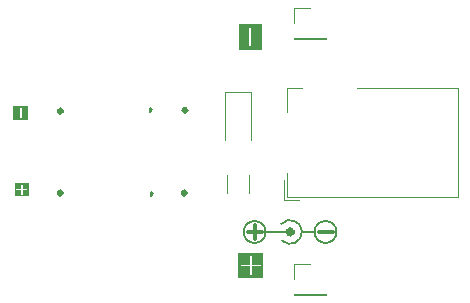
<source format=gbr>
%TF.GenerationSoftware,KiCad,Pcbnew,8.0.1*%
%TF.CreationDate,2024-04-06T16:57:38-05:00*%
%TF.ProjectId,Banana to Barrel Jack Adapter,42616e61-6e61-4207-946f-204261727265,2*%
%TF.SameCoordinates,Original*%
%TF.FileFunction,Legend,Top*%
%TF.FilePolarity,Positive*%
%FSLAX46Y46*%
G04 Gerber Fmt 4.6, Leading zero omitted, Abs format (unit mm)*
G04 Created by KiCad (PCBNEW 8.0.1) date 2024-04-06 16:57:38*
%MOMM*%
%LPD*%
G01*
G04 APERTURE LIST*
%ADD10C,0.150000*%
%ADD11C,0.322487*%
%ADD12C,0.300000*%
%ADD13C,0.120000*%
%ADD14C,0.500000*%
G04 APERTURE END LIST*
G36*
X128600000Y-95675000D02*
G01*
X129050000Y-95675000D01*
X129050000Y-96825000D01*
X128600000Y-96825000D01*
X128600000Y-95675000D01*
G37*
G36*
X146900000Y-90700000D02*
G01*
X148800000Y-90700000D01*
X148800000Y-90900000D01*
X146900000Y-90900000D01*
X146900000Y-90700000D01*
G37*
G36*
X127750000Y-95650000D02*
G01*
X129050000Y-95650000D01*
X129050000Y-95750000D01*
X127750000Y-95750000D01*
X127750000Y-95650000D01*
G37*
G36*
X127750000Y-95675000D02*
G01*
X128250000Y-95675000D01*
X128250000Y-96825000D01*
X127750000Y-96825000D01*
X127750000Y-95675000D01*
G37*
D10*
X139575000Y-103075000D02*
X139400000Y-103250000D01*
D11*
X131911243Y-96100000D02*
G75*
G02*
X131588757Y-96100000I-161243J0D01*
G01*
X131588757Y-96100000D02*
G75*
G02*
X131911243Y-96100000I161243J0D01*
G01*
G36*
X127750000Y-96750000D02*
G01*
X129050000Y-96750000D01*
X129050000Y-96850000D01*
X127750000Y-96850000D01*
X127750000Y-96750000D01*
G37*
X131911243Y-103025000D02*
G75*
G02*
X131588757Y-103025000I-161243J0D01*
G01*
X131588757Y-103025000D02*
G75*
G02*
X131911243Y-103025000I161243J0D01*
G01*
X142461243Y-96025000D02*
G75*
G02*
X142138757Y-96025000I-161243J0D01*
G01*
X142138757Y-96025000D02*
G75*
G02*
X142461243Y-96025000I161243J0D01*
G01*
D10*
X139375000Y-95850000D02*
X139375000Y-96200000D01*
G36*
X146900000Y-88750000D02*
G01*
X148800000Y-88750000D01*
X148800000Y-88950000D01*
X146900000Y-88950000D01*
X146900000Y-88750000D01*
G37*
X139575000Y-103075000D02*
X139400000Y-102900000D01*
D11*
X142411243Y-103025000D02*
G75*
G02*
X142088757Y-103025000I-161243J0D01*
G01*
X142088757Y-103025000D02*
G75*
G02*
X142411243Y-103025000I161243J0D01*
G01*
G36*
X148100000Y-88750000D02*
G01*
X148800000Y-88750000D01*
X148800000Y-90900000D01*
X148100000Y-90900000D01*
X148100000Y-88750000D01*
G37*
D10*
X139400000Y-103250000D02*
X139400000Y-103225000D01*
X139550000Y-96025000D02*
X139375000Y-95850000D01*
G36*
X146850000Y-88750000D02*
G01*
X147550000Y-88750000D01*
X147550000Y-90900000D01*
X146850000Y-90900000D01*
X146850000Y-88750000D01*
G37*
X139400000Y-102900000D02*
X139400000Y-103250000D01*
X139550000Y-96025000D02*
X139375000Y-96200000D01*
X139375000Y-96200000D02*
X139375000Y-96175000D01*
G36*
X129055123Y-103296264D02*
G01*
X127923878Y-103296264D01*
X127923878Y-102745273D01*
X128034989Y-102745273D01*
X128046188Y-102772309D01*
X128066880Y-102793001D01*
X128093916Y-102804200D01*
X128108548Y-102805641D01*
X128415345Y-102805071D01*
X128415941Y-103126226D01*
X128427140Y-103153262D01*
X128447832Y-103173954D01*
X128474868Y-103185153D01*
X128504132Y-103185153D01*
X128531168Y-103173954D01*
X128551860Y-103153262D01*
X128563059Y-103126226D01*
X128564500Y-103111594D01*
X128563930Y-102804795D01*
X128885085Y-102804200D01*
X128912121Y-102793001D01*
X128932813Y-102772309D01*
X128944012Y-102745273D01*
X128944012Y-102716009D01*
X128932813Y-102688973D01*
X128912121Y-102668281D01*
X128885085Y-102657082D01*
X128870453Y-102655641D01*
X128563654Y-102656210D01*
X128563059Y-102335057D01*
X128551860Y-102308021D01*
X128531168Y-102287329D01*
X128504132Y-102276130D01*
X128474868Y-102276130D01*
X128447832Y-102287329D01*
X128427140Y-102308021D01*
X128415941Y-102335057D01*
X128414500Y-102349689D01*
X128415069Y-102656486D01*
X128093916Y-102657082D01*
X128066880Y-102668281D01*
X128046188Y-102688973D01*
X128034989Y-102716009D01*
X128034989Y-102745273D01*
X127923878Y-102745273D01*
X127923878Y-102165019D01*
X129055123Y-102165019D01*
X129055123Y-103296264D01*
G37*
G36*
X148132755Y-90870906D02*
G01*
X147538311Y-90870906D01*
X147538311Y-89051316D01*
X147760533Y-89051316D01*
X147761974Y-90589757D01*
X147773173Y-90616793D01*
X147793865Y-90637485D01*
X147820901Y-90648684D01*
X147850165Y-90648684D01*
X147877201Y-90637485D01*
X147897893Y-90616793D01*
X147909092Y-90589757D01*
X147910533Y-90575125D01*
X147909092Y-89036684D01*
X147897893Y-89009648D01*
X147877201Y-88988956D01*
X147850165Y-88977757D01*
X147820901Y-88977757D01*
X147793865Y-88988956D01*
X147773173Y-89009648D01*
X147761974Y-89036684D01*
X147760533Y-89051316D01*
X147538311Y-89051316D01*
X147538311Y-88755535D01*
X148132755Y-88755535D01*
X148132755Y-90870906D01*
G37*
D12*
X153654510Y-106329400D02*
X154797368Y-106329400D01*
D10*
G36*
X148944465Y-110222119D02*
G01*
X146829093Y-110222119D01*
X146829093Y-109179065D01*
X147051315Y-109179065D01*
X147062514Y-109206101D01*
X147083206Y-109226793D01*
X147110242Y-109237992D01*
X147124874Y-109239433D01*
X147812562Y-109238788D01*
X147813220Y-109940970D01*
X147824419Y-109968006D01*
X147845111Y-109988698D01*
X147872147Y-109999897D01*
X147901411Y-109999897D01*
X147928447Y-109988698D01*
X147949139Y-109968006D01*
X147960338Y-109940970D01*
X147961779Y-109926338D01*
X147961134Y-109238649D01*
X148663316Y-109237992D01*
X148690352Y-109226793D01*
X148711044Y-109206101D01*
X148722243Y-109179065D01*
X148722243Y-109149801D01*
X148711044Y-109122765D01*
X148690352Y-109102073D01*
X148663316Y-109090874D01*
X148648684Y-109089433D01*
X147960995Y-109090077D01*
X147960338Y-108387896D01*
X147949139Y-108360860D01*
X147928447Y-108340168D01*
X147901411Y-108328969D01*
X147872147Y-108328969D01*
X147845111Y-108340168D01*
X147824419Y-108360860D01*
X147813220Y-108387896D01*
X147811779Y-108402528D01*
X147812423Y-109090216D01*
X147110242Y-109090874D01*
X147083206Y-109102073D01*
X147062514Y-109122765D01*
X147051315Y-109149801D01*
X147051315Y-109179065D01*
X146829093Y-109179065D01*
X146829093Y-108106747D01*
X148944465Y-108106747D01*
X148944465Y-110222119D01*
G37*
G36*
X128609977Y-96815621D02*
G01*
X128237755Y-96815621D01*
X128237755Y-95869047D01*
X128348866Y-95869047D01*
X128350307Y-96645583D01*
X128361506Y-96672619D01*
X128382198Y-96693311D01*
X128409234Y-96704510D01*
X128438498Y-96704510D01*
X128465534Y-96693311D01*
X128486226Y-96672619D01*
X128497425Y-96645583D01*
X128498866Y-96630951D01*
X128497425Y-95854415D01*
X128486226Y-95827379D01*
X128465534Y-95806687D01*
X128438498Y-95795488D01*
X128409234Y-95795488D01*
X128382198Y-95806687D01*
X128361506Y-95827379D01*
X128350307Y-95854415D01*
X128348866Y-95869047D01*
X128237755Y-95869047D01*
X128237755Y-95684377D01*
X128609977Y-95684377D01*
X128609977Y-96815621D01*
G37*
D12*
X147654510Y-106329400D02*
X148797368Y-106329400D01*
X148225939Y-106900828D02*
X148225939Y-105757971D01*
D13*
%TO.C,J1*%
X150650000Y-101950000D02*
X150650000Y-103650000D01*
X150650000Y-103650000D02*
X151950000Y-103650000D01*
X150950000Y-94150000D02*
X152250000Y-94150000D01*
X150950000Y-96150000D02*
X150950000Y-94150000D01*
X150950000Y-103350000D02*
X150950000Y-101350000D01*
X156850000Y-94150000D02*
X165450000Y-94150000D01*
X165450000Y-94150000D02*
X165450000Y-103350000D01*
X165450000Y-103350000D02*
X150950000Y-103350000D01*
%TO.C,J3*%
X151552600Y-87341400D02*
X152882600Y-87341400D01*
X151552600Y-88671400D02*
X151552600Y-87341400D01*
X151552600Y-89941400D02*
X151552600Y-90001400D01*
X151552600Y-89941400D02*
X154212600Y-89941400D01*
X151552600Y-90001400D02*
X154212600Y-90001400D01*
X154212600Y-89941400D02*
X154212600Y-90001400D01*
%TO.C,J2*%
X151552600Y-109007600D02*
X152882600Y-109007600D01*
X151552600Y-110337600D02*
X151552600Y-109007600D01*
X151552600Y-111607600D02*
X151552600Y-111667600D01*
X151552600Y-111607600D02*
X154212600Y-111607600D01*
X151552600Y-111667600D02*
X154212600Y-111667600D01*
X154212600Y-111607600D02*
X154212600Y-111667600D01*
%TO.C,R1*%
X145880000Y-102997064D02*
X145880000Y-101542936D01*
X147700000Y-102997064D02*
X147700000Y-101542936D01*
%TO.C,D1*%
X145655000Y-94460000D02*
X145655000Y-98520000D01*
X147925000Y-94460000D02*
X145655000Y-94460000D01*
X147925000Y-98520000D02*
X147925000Y-94460000D01*
D10*
%TO.C,REF\u002A\u002A*%
X151200000Y-106325000D02*
X149200000Y-106325000D01*
X153200000Y-106325000D02*
X152300000Y-106325000D01*
X150450001Y-105650001D02*
G75*
G02*
X150525001Y-107074999I749999J-674999D01*
G01*
X149125000Y-106325000D02*
G75*
G02*
X147275000Y-106325000I-925000J0D01*
G01*
X147275000Y-106325000D02*
G75*
G02*
X149125000Y-106325000I925000J0D01*
G01*
D14*
X151375000Y-106325000D02*
G75*
G02*
X151025000Y-106325000I-175000J0D01*
G01*
X151025000Y-106325000D02*
G75*
G02*
X151375000Y-106325000I175000J0D01*
G01*
D10*
X155125000Y-106325000D02*
G75*
G02*
X153275000Y-106325000I-925000J0D01*
G01*
X153275000Y-106325000D02*
G75*
G02*
X155125000Y-106325000I925000J0D01*
G01*
%TD*%
M02*

</source>
